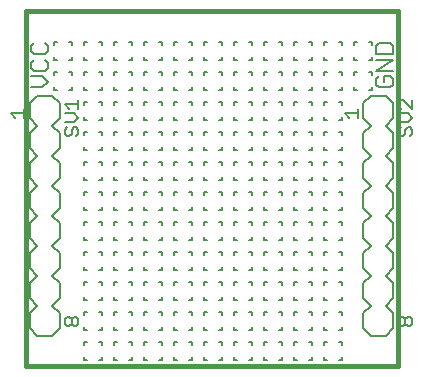
<source format=gto>
G75*
%MOIN*%
%OFA0B0*%
%FSLAX25Y25*%
%IPPOS*%
%LPD*%
%AMOC8*
5,1,8,0,0,1.08239X$1,22.5*
%
%ADD10C,0.01600*%
%ADD11C,0.00500*%
%ADD12C,0.00600*%
D10*
X0008250Y0001800D02*
X0008250Y0119910D01*
X0132266Y0119910D01*
X0132266Y0001800D01*
X0008250Y0001800D01*
D11*
X0021997Y0014946D02*
X0022747Y0014946D01*
X0023498Y0015697D01*
X0023498Y0017198D01*
X0024249Y0017949D01*
X0024999Y0017949D01*
X0025750Y0017198D01*
X0025750Y0015697D01*
X0024999Y0014946D01*
X0024249Y0014946D01*
X0023498Y0015697D01*
X0021997Y0014946D02*
X0021246Y0015697D01*
X0021246Y0017198D01*
X0021997Y0017949D01*
X0022747Y0017949D01*
X0023498Y0017198D01*
X0022747Y0078238D02*
X0021997Y0078238D01*
X0021246Y0078989D01*
X0021246Y0080490D01*
X0021997Y0081241D01*
X0023498Y0080490D02*
X0024249Y0081241D01*
X0024999Y0081241D01*
X0025750Y0080490D01*
X0025750Y0078989D01*
X0024999Y0078238D01*
X0023498Y0078989D02*
X0023498Y0080490D01*
X0023498Y0078989D02*
X0022747Y0078238D01*
X0021246Y0082842D02*
X0024249Y0082842D01*
X0025750Y0084343D01*
X0024249Y0085845D01*
X0021246Y0085845D01*
X0022747Y0087446D02*
X0021246Y0088947D01*
X0025750Y0088947D01*
X0025750Y0087446D02*
X0025750Y0090449D01*
X0015500Y0096385D02*
X0013665Y0098220D01*
X0009995Y0098220D01*
X0010913Y0100075D02*
X0014583Y0100075D01*
X0015500Y0100992D01*
X0015500Y0102827D01*
X0014583Y0103745D01*
X0014583Y0105599D02*
X0015500Y0106517D01*
X0015500Y0108352D01*
X0014583Y0109269D01*
X0014583Y0105599D02*
X0010913Y0105599D01*
X0009995Y0106517D01*
X0009995Y0108352D01*
X0010913Y0109269D01*
X0010913Y0103745D02*
X0009995Y0102827D01*
X0009995Y0100992D01*
X0010913Y0100075D01*
X0015500Y0096385D02*
X0013665Y0094550D01*
X0009995Y0094550D01*
X0007750Y0087449D02*
X0007750Y0084446D01*
X0007750Y0085947D02*
X0003246Y0085947D01*
X0004747Y0084446D01*
X0114496Y0085947D02*
X0119000Y0085947D01*
X0119000Y0084446D02*
X0119000Y0087449D01*
X0115997Y0084446D02*
X0114496Y0085947D01*
X0124995Y0095467D02*
X0125913Y0094550D01*
X0129583Y0094550D01*
X0130500Y0095467D01*
X0130500Y0097302D01*
X0129583Y0098220D01*
X0127748Y0098220D01*
X0127748Y0096385D01*
X0125913Y0098220D02*
X0124995Y0097302D01*
X0124995Y0095467D01*
X0124995Y0100075D02*
X0130500Y0103745D01*
X0124995Y0103745D01*
X0124995Y0105599D02*
X0124995Y0108352D01*
X0125913Y0109269D01*
X0129583Y0109269D01*
X0130500Y0108352D01*
X0130500Y0105599D01*
X0124995Y0105599D01*
X0124995Y0100075D02*
X0130500Y0100075D01*
X0133247Y0090449D02*
X0132496Y0089698D01*
X0132496Y0088197D01*
X0133247Y0087446D01*
X0132496Y0085845D02*
X0135499Y0085845D01*
X0137000Y0084343D01*
X0135499Y0082842D01*
X0132496Y0082842D01*
X0133247Y0081241D02*
X0132496Y0080490D01*
X0132496Y0078989D01*
X0133247Y0078238D01*
X0133997Y0078238D01*
X0134748Y0078989D01*
X0134748Y0080490D01*
X0135499Y0081241D01*
X0136249Y0081241D01*
X0137000Y0080490D01*
X0137000Y0078989D01*
X0136249Y0078238D01*
X0137000Y0087446D02*
X0133997Y0090449D01*
X0133247Y0090449D01*
X0137000Y0090449D02*
X0137000Y0087446D01*
X0136249Y0017949D02*
X0135499Y0017949D01*
X0134748Y0017198D01*
X0134748Y0015697D01*
X0133997Y0014946D01*
X0133247Y0014946D01*
X0132496Y0015697D01*
X0132496Y0017198D01*
X0133247Y0017949D01*
X0133997Y0017949D01*
X0134748Y0017198D01*
X0136249Y0017949D02*
X0137000Y0017198D01*
X0137000Y0015697D01*
X0136249Y0014946D01*
X0135499Y0014946D01*
X0134748Y0015697D01*
D12*
X0130750Y0014300D02*
X0130750Y0019300D01*
X0128250Y0021800D01*
X0130750Y0024300D01*
X0130750Y0029300D01*
X0128250Y0031800D01*
X0130750Y0034300D01*
X0130750Y0039300D01*
X0128250Y0041800D01*
X0130750Y0044300D01*
X0130750Y0049300D01*
X0128250Y0051800D01*
X0130750Y0054300D01*
X0130750Y0059300D01*
X0128250Y0061800D01*
X0130750Y0064300D01*
X0130750Y0069300D01*
X0128250Y0071800D01*
X0130750Y0074300D01*
X0130750Y0079300D01*
X0128250Y0081800D01*
X0130750Y0084300D01*
X0130750Y0089300D01*
X0128250Y0091800D01*
X0123250Y0091800D01*
X0120750Y0089300D01*
X0120750Y0084300D01*
X0123250Y0081800D01*
X0120750Y0079300D01*
X0120750Y0074300D01*
X0123250Y0071800D01*
X0120750Y0069300D01*
X0120750Y0064300D01*
X0123250Y0061800D01*
X0120750Y0059300D01*
X0120750Y0054300D01*
X0123250Y0051800D01*
X0120750Y0049300D01*
X0120750Y0044300D01*
X0123250Y0041800D01*
X0120750Y0039300D01*
X0120750Y0034300D01*
X0123250Y0031800D01*
X0120750Y0029300D01*
X0120750Y0024300D01*
X0123250Y0021800D01*
X0120750Y0019300D01*
X0120750Y0014300D01*
X0123250Y0011800D01*
X0128250Y0011800D01*
X0130750Y0014300D01*
X0113750Y0013800D02*
X0112750Y0013800D01*
X0113750Y0013800D02*
X0113750Y0014800D01*
X0113750Y0018800D02*
X0113750Y0019800D01*
X0112750Y0019800D01*
X0112750Y0023800D02*
X0113750Y0023800D01*
X0113750Y0024800D01*
X0113750Y0028800D02*
X0113750Y0029800D01*
X0112750Y0029800D01*
X0112750Y0033800D02*
X0113750Y0033800D01*
X0113750Y0034800D01*
X0113750Y0038800D02*
X0113750Y0039800D01*
X0112750Y0039800D01*
X0112750Y0043800D02*
X0113750Y0043800D01*
X0113750Y0044800D01*
X0113750Y0048800D02*
X0113750Y0049800D01*
X0112750Y0049800D01*
X0108750Y0049800D02*
X0107750Y0049800D01*
X0107750Y0048800D01*
X0103750Y0048800D02*
X0103750Y0049800D01*
X0102750Y0049800D01*
X0098750Y0049800D02*
X0097750Y0049800D01*
X0097750Y0048800D01*
X0093750Y0048800D02*
X0093750Y0049800D01*
X0092750Y0049800D01*
X0088750Y0049800D02*
X0087750Y0049800D01*
X0087750Y0048800D01*
X0083750Y0048800D02*
X0083750Y0049800D01*
X0082750Y0049800D01*
X0078750Y0049800D02*
X0077750Y0049800D01*
X0077750Y0048800D01*
X0073750Y0048800D02*
X0073750Y0049800D01*
X0072750Y0049800D01*
X0068750Y0049800D02*
X0067750Y0049800D01*
X0067750Y0048800D01*
X0063750Y0048800D02*
X0063750Y0049800D01*
X0062750Y0049800D01*
X0058750Y0049800D02*
X0057750Y0049800D01*
X0057750Y0048800D01*
X0053750Y0048800D02*
X0053750Y0049800D01*
X0052750Y0049800D01*
X0048750Y0049800D02*
X0047750Y0049800D01*
X0047750Y0048800D01*
X0043750Y0048800D02*
X0043750Y0049800D01*
X0042750Y0049800D01*
X0038750Y0049800D02*
X0037750Y0049800D01*
X0037750Y0048800D01*
X0033750Y0048800D02*
X0033750Y0049800D01*
X0032750Y0049800D01*
X0028750Y0049800D02*
X0027750Y0049800D01*
X0027750Y0048800D01*
X0027750Y0044800D02*
X0027750Y0043800D01*
X0028750Y0043800D01*
X0028750Y0039800D02*
X0027750Y0039800D01*
X0027750Y0038800D01*
X0027750Y0034800D02*
X0027750Y0033800D01*
X0028750Y0033800D01*
X0028750Y0029800D02*
X0027750Y0029800D01*
X0027750Y0028800D01*
X0027750Y0024800D02*
X0027750Y0023800D01*
X0028750Y0023800D01*
X0028750Y0019800D02*
X0027750Y0019800D01*
X0027750Y0018800D01*
X0027750Y0014800D02*
X0027750Y0013800D01*
X0028750Y0013800D01*
X0028750Y0009800D02*
X0027750Y0009800D01*
X0027750Y0008800D01*
X0027750Y0004800D02*
X0027750Y0003800D01*
X0028750Y0003800D01*
X0032750Y0003800D02*
X0033750Y0003800D01*
X0033750Y0004800D01*
X0037750Y0004800D02*
X0037750Y0003800D01*
X0038750Y0003800D01*
X0042750Y0003800D02*
X0043750Y0003800D01*
X0043750Y0004800D01*
X0047750Y0004800D02*
X0047750Y0003800D01*
X0048750Y0003800D01*
X0052750Y0003800D02*
X0053750Y0003800D01*
X0053750Y0004800D01*
X0057750Y0004800D02*
X0057750Y0003800D01*
X0058750Y0003800D01*
X0062750Y0003800D02*
X0063750Y0003800D01*
X0063750Y0004800D01*
X0067750Y0004800D02*
X0067750Y0003800D01*
X0068750Y0003800D01*
X0072750Y0003800D02*
X0073750Y0003800D01*
X0073750Y0004800D01*
X0077750Y0004800D02*
X0077750Y0003800D01*
X0078750Y0003800D01*
X0082750Y0003800D02*
X0083750Y0003800D01*
X0083750Y0004800D01*
X0087750Y0004800D02*
X0087750Y0003800D01*
X0088750Y0003800D01*
X0092750Y0003800D02*
X0093750Y0003800D01*
X0093750Y0004800D01*
X0097750Y0004800D02*
X0097750Y0003800D01*
X0098750Y0003800D01*
X0102750Y0003800D02*
X0103750Y0003800D01*
X0103750Y0004800D01*
X0107750Y0004800D02*
X0107750Y0003800D01*
X0108750Y0003800D01*
X0112750Y0003800D02*
X0113750Y0003800D01*
X0113750Y0004800D01*
X0113750Y0008800D02*
X0113750Y0009800D01*
X0112750Y0009800D01*
X0108750Y0009800D02*
X0107750Y0009800D01*
X0107750Y0008800D01*
X0103750Y0008800D02*
X0103750Y0009800D01*
X0102750Y0009800D01*
X0102750Y0013800D02*
X0103750Y0013800D01*
X0103750Y0014800D01*
X0103750Y0018800D02*
X0103750Y0019800D01*
X0102750Y0019800D01*
X0102750Y0023800D02*
X0103750Y0023800D01*
X0103750Y0024800D01*
X0103750Y0028800D02*
X0103750Y0029800D01*
X0102750Y0029800D01*
X0102750Y0033800D02*
X0103750Y0033800D01*
X0103750Y0034800D01*
X0103750Y0038800D02*
X0103750Y0039800D01*
X0102750Y0039800D01*
X0102750Y0043800D02*
X0103750Y0043800D01*
X0103750Y0044800D01*
X0107750Y0044800D02*
X0107750Y0043800D01*
X0108750Y0043800D01*
X0108750Y0039800D02*
X0107750Y0039800D01*
X0107750Y0038800D01*
X0107750Y0034800D02*
X0107750Y0033800D01*
X0108750Y0033800D01*
X0108750Y0029800D02*
X0107750Y0029800D01*
X0107750Y0028800D01*
X0107750Y0024800D02*
X0107750Y0023800D01*
X0108750Y0023800D01*
X0108750Y0019800D02*
X0107750Y0019800D01*
X0107750Y0018800D01*
X0107750Y0014800D02*
X0107750Y0013800D01*
X0108750Y0013800D01*
X0098750Y0013800D02*
X0097750Y0013800D01*
X0097750Y0014800D01*
X0093750Y0014800D02*
X0093750Y0013800D01*
X0092750Y0013800D01*
X0092750Y0009800D02*
X0093750Y0009800D01*
X0093750Y0008800D01*
X0097750Y0008800D02*
X0097750Y0009800D01*
X0098750Y0009800D01*
X0097750Y0018800D02*
X0097750Y0019800D01*
X0098750Y0019800D01*
X0098750Y0023800D02*
X0097750Y0023800D01*
X0097750Y0024800D01*
X0093750Y0024800D02*
X0093750Y0023800D01*
X0092750Y0023800D01*
X0092750Y0019800D02*
X0093750Y0019800D01*
X0093750Y0018800D01*
X0088750Y0019800D02*
X0087750Y0019800D01*
X0087750Y0018800D01*
X0087750Y0014800D02*
X0087750Y0013800D01*
X0088750Y0013800D01*
X0088750Y0009800D02*
X0087750Y0009800D01*
X0087750Y0008800D01*
X0083750Y0008800D02*
X0083750Y0009800D01*
X0082750Y0009800D01*
X0082750Y0013800D02*
X0083750Y0013800D01*
X0083750Y0014800D01*
X0083750Y0018800D02*
X0083750Y0019800D01*
X0082750Y0019800D01*
X0082750Y0023800D02*
X0083750Y0023800D01*
X0083750Y0024800D01*
X0083750Y0028800D02*
X0083750Y0029800D01*
X0082750Y0029800D01*
X0082750Y0033800D02*
X0083750Y0033800D01*
X0083750Y0034800D01*
X0083750Y0038800D02*
X0083750Y0039800D01*
X0082750Y0039800D01*
X0082750Y0043800D02*
X0083750Y0043800D01*
X0083750Y0044800D01*
X0087750Y0044800D02*
X0087750Y0043800D01*
X0088750Y0043800D01*
X0088750Y0039800D02*
X0087750Y0039800D01*
X0087750Y0038800D01*
X0087750Y0034800D02*
X0087750Y0033800D01*
X0088750Y0033800D01*
X0088750Y0029800D02*
X0087750Y0029800D01*
X0087750Y0028800D01*
X0087750Y0024800D02*
X0087750Y0023800D01*
X0088750Y0023800D01*
X0093750Y0028800D02*
X0093750Y0029800D01*
X0092750Y0029800D01*
X0092750Y0033800D02*
X0093750Y0033800D01*
X0093750Y0034800D01*
X0097750Y0034800D02*
X0097750Y0033800D01*
X0098750Y0033800D01*
X0098750Y0029800D02*
X0097750Y0029800D01*
X0097750Y0028800D01*
X0097750Y0038800D02*
X0097750Y0039800D01*
X0098750Y0039800D01*
X0098750Y0043800D02*
X0097750Y0043800D01*
X0097750Y0044800D01*
X0093750Y0044800D02*
X0093750Y0043800D01*
X0092750Y0043800D01*
X0092750Y0039800D02*
X0093750Y0039800D01*
X0093750Y0038800D01*
X0078750Y0039800D02*
X0077750Y0039800D01*
X0077750Y0038800D01*
X0077750Y0034800D02*
X0077750Y0033800D01*
X0078750Y0033800D01*
X0078750Y0029800D02*
X0077750Y0029800D01*
X0077750Y0028800D01*
X0077750Y0024800D02*
X0077750Y0023800D01*
X0078750Y0023800D01*
X0078750Y0019800D02*
X0077750Y0019800D01*
X0077750Y0018800D01*
X0077750Y0014800D02*
X0077750Y0013800D01*
X0078750Y0013800D01*
X0078750Y0009800D02*
X0077750Y0009800D01*
X0077750Y0008800D01*
X0073750Y0008800D02*
X0073750Y0009800D01*
X0072750Y0009800D01*
X0068750Y0009800D02*
X0067750Y0009800D01*
X0067750Y0008800D01*
X0063750Y0008800D02*
X0063750Y0009800D01*
X0062750Y0009800D01*
X0062750Y0013800D02*
X0063750Y0013800D01*
X0063750Y0014800D01*
X0063750Y0018800D02*
X0063750Y0019800D01*
X0062750Y0019800D01*
X0062750Y0023800D02*
X0063750Y0023800D01*
X0063750Y0024800D01*
X0063750Y0028800D02*
X0063750Y0029800D01*
X0062750Y0029800D01*
X0062750Y0033800D02*
X0063750Y0033800D01*
X0063750Y0034800D01*
X0063750Y0038800D02*
X0063750Y0039800D01*
X0062750Y0039800D01*
X0062750Y0043800D02*
X0063750Y0043800D01*
X0063750Y0044800D01*
X0067750Y0044800D02*
X0067750Y0043800D01*
X0068750Y0043800D01*
X0072750Y0043800D02*
X0073750Y0043800D01*
X0073750Y0044800D01*
X0077750Y0044800D02*
X0077750Y0043800D01*
X0078750Y0043800D01*
X0073750Y0039800D02*
X0073750Y0038800D01*
X0073750Y0039800D02*
X0072750Y0039800D01*
X0068750Y0039800D02*
X0067750Y0039800D01*
X0067750Y0038800D01*
X0067750Y0034800D02*
X0067750Y0033800D01*
X0068750Y0033800D01*
X0072750Y0033800D02*
X0073750Y0033800D01*
X0073750Y0034800D01*
X0073750Y0029800D02*
X0072750Y0029800D01*
X0073750Y0029800D02*
X0073750Y0028800D01*
X0073750Y0024800D02*
X0073750Y0023800D01*
X0072750Y0023800D01*
X0068750Y0023800D02*
X0067750Y0023800D01*
X0067750Y0024800D01*
X0067750Y0028800D02*
X0067750Y0029800D01*
X0068750Y0029800D01*
X0068750Y0019800D02*
X0067750Y0019800D01*
X0067750Y0018800D01*
X0067750Y0014800D02*
X0067750Y0013800D01*
X0068750Y0013800D01*
X0072750Y0013800D02*
X0073750Y0013800D01*
X0073750Y0014800D01*
X0073750Y0018800D02*
X0073750Y0019800D01*
X0072750Y0019800D01*
X0058750Y0019800D02*
X0057750Y0019800D01*
X0057750Y0018800D01*
X0057750Y0014800D02*
X0057750Y0013800D01*
X0058750Y0013800D01*
X0058750Y0009800D02*
X0057750Y0009800D01*
X0057750Y0008800D01*
X0053750Y0008800D02*
X0053750Y0009800D01*
X0052750Y0009800D01*
X0052750Y0013800D02*
X0053750Y0013800D01*
X0053750Y0014800D01*
X0053750Y0018800D02*
X0053750Y0019800D01*
X0052750Y0019800D01*
X0052750Y0023800D02*
X0053750Y0023800D01*
X0053750Y0024800D01*
X0053750Y0028800D02*
X0053750Y0029800D01*
X0052750Y0029800D01*
X0052750Y0033800D02*
X0053750Y0033800D01*
X0053750Y0034800D01*
X0053750Y0038800D02*
X0053750Y0039800D01*
X0052750Y0039800D01*
X0052750Y0043800D02*
X0053750Y0043800D01*
X0053750Y0044800D01*
X0057750Y0044800D02*
X0057750Y0043800D01*
X0058750Y0043800D01*
X0058750Y0039800D02*
X0057750Y0039800D01*
X0057750Y0038800D01*
X0057750Y0034800D02*
X0057750Y0033800D01*
X0058750Y0033800D01*
X0058750Y0029800D02*
X0057750Y0029800D01*
X0057750Y0028800D01*
X0057750Y0024800D02*
X0057750Y0023800D01*
X0058750Y0023800D01*
X0048750Y0023800D02*
X0047750Y0023800D01*
X0047750Y0024800D01*
X0047750Y0028800D02*
X0047750Y0029800D01*
X0048750Y0029800D01*
X0048750Y0033800D02*
X0047750Y0033800D01*
X0047750Y0034800D01*
X0047750Y0038800D02*
X0047750Y0039800D01*
X0048750Y0039800D01*
X0048750Y0043800D02*
X0047750Y0043800D01*
X0047750Y0044800D01*
X0043750Y0044800D02*
X0043750Y0043800D01*
X0042750Y0043800D01*
X0042750Y0039800D02*
X0043750Y0039800D01*
X0043750Y0038800D01*
X0043750Y0034800D02*
X0043750Y0033800D01*
X0042750Y0033800D01*
X0042750Y0029800D02*
X0043750Y0029800D01*
X0043750Y0028800D01*
X0043750Y0024800D02*
X0043750Y0023800D01*
X0042750Y0023800D01*
X0042750Y0019800D02*
X0043750Y0019800D01*
X0043750Y0018800D01*
X0043750Y0014800D02*
X0043750Y0013800D01*
X0042750Y0013800D01*
X0042750Y0009800D02*
X0043750Y0009800D01*
X0043750Y0008800D01*
X0047750Y0008800D02*
X0047750Y0009800D01*
X0048750Y0009800D01*
X0048750Y0013800D02*
X0047750Y0013800D01*
X0047750Y0014800D01*
X0047750Y0018800D02*
X0047750Y0019800D01*
X0048750Y0019800D01*
X0038750Y0019800D02*
X0037750Y0019800D01*
X0037750Y0018800D01*
X0033750Y0018800D02*
X0033750Y0019800D01*
X0032750Y0019800D01*
X0032750Y0023800D02*
X0033750Y0023800D01*
X0033750Y0024800D01*
X0037750Y0024800D02*
X0037750Y0023800D01*
X0038750Y0023800D01*
X0037750Y0028800D02*
X0037750Y0029800D01*
X0038750Y0029800D01*
X0038750Y0033800D02*
X0037750Y0033800D01*
X0037750Y0034800D01*
X0033750Y0034800D02*
X0033750Y0033800D01*
X0032750Y0033800D01*
X0032750Y0029800D02*
X0033750Y0029800D01*
X0033750Y0028800D01*
X0033750Y0038800D02*
X0033750Y0039800D01*
X0032750Y0039800D01*
X0032750Y0043800D02*
X0033750Y0043800D01*
X0033750Y0044800D01*
X0037750Y0044800D02*
X0037750Y0043800D01*
X0038750Y0043800D01*
X0038750Y0039800D02*
X0037750Y0039800D01*
X0037750Y0038800D01*
X0037750Y0053800D02*
X0037750Y0054800D01*
X0037750Y0053800D02*
X0038750Y0053800D01*
X0042750Y0053800D02*
X0043750Y0053800D01*
X0043750Y0054800D01*
X0043750Y0058800D02*
X0043750Y0059800D01*
X0042750Y0059800D01*
X0042750Y0063800D02*
X0043750Y0063800D01*
X0043750Y0064800D01*
X0043750Y0068800D02*
X0043750Y0069800D01*
X0042750Y0069800D01*
X0042750Y0073800D02*
X0043750Y0073800D01*
X0043750Y0074800D01*
X0043750Y0078800D02*
X0043750Y0079800D01*
X0042750Y0079800D01*
X0042750Y0083800D02*
X0043750Y0083800D01*
X0043750Y0084800D01*
X0043750Y0088800D02*
X0043750Y0089800D01*
X0042750Y0089800D01*
X0038750Y0089800D02*
X0037750Y0089800D01*
X0037750Y0088800D01*
X0033750Y0088800D02*
X0033750Y0089800D01*
X0032750Y0089800D01*
X0028750Y0089800D02*
X0027750Y0089800D01*
X0027750Y0088800D01*
X0027750Y0084800D02*
X0027750Y0083800D01*
X0028750Y0083800D01*
X0028750Y0079800D02*
X0027750Y0079800D01*
X0027750Y0078800D01*
X0027750Y0074800D02*
X0027750Y0073800D01*
X0028750Y0073800D01*
X0028750Y0069800D02*
X0027750Y0069800D01*
X0027750Y0068800D01*
X0027750Y0064800D02*
X0027750Y0063800D01*
X0028750Y0063800D01*
X0028750Y0059800D02*
X0027750Y0059800D01*
X0027750Y0058800D01*
X0027750Y0054800D02*
X0027750Y0053800D01*
X0028750Y0053800D01*
X0032750Y0053800D02*
X0033750Y0053800D01*
X0033750Y0054800D01*
X0033750Y0058800D02*
X0033750Y0059800D01*
X0032750Y0059800D01*
X0032750Y0063800D02*
X0033750Y0063800D01*
X0033750Y0064800D01*
X0037750Y0064800D02*
X0037750Y0063800D01*
X0038750Y0063800D01*
X0038750Y0059800D02*
X0037750Y0059800D01*
X0037750Y0058800D01*
X0037750Y0068800D02*
X0037750Y0069800D01*
X0038750Y0069800D01*
X0038750Y0073800D02*
X0037750Y0073800D01*
X0037750Y0074800D01*
X0033750Y0074800D02*
X0033750Y0073800D01*
X0032750Y0073800D01*
X0032750Y0069800D02*
X0033750Y0069800D01*
X0033750Y0068800D01*
X0033750Y0078800D02*
X0033750Y0079800D01*
X0032750Y0079800D01*
X0032750Y0083800D02*
X0033750Y0083800D01*
X0033750Y0084800D01*
X0037750Y0084800D02*
X0037750Y0083800D01*
X0038750Y0083800D01*
X0038750Y0079800D02*
X0037750Y0079800D01*
X0037750Y0078800D01*
X0047750Y0078800D02*
X0047750Y0079800D01*
X0048750Y0079800D01*
X0048750Y0083800D02*
X0047750Y0083800D01*
X0047750Y0084800D01*
X0047750Y0088800D02*
X0047750Y0089800D01*
X0048750Y0089800D01*
X0052750Y0089800D02*
X0053750Y0089800D01*
X0053750Y0088800D01*
X0053750Y0084800D02*
X0053750Y0083800D01*
X0052750Y0083800D01*
X0052750Y0079800D02*
X0053750Y0079800D01*
X0053750Y0078800D01*
X0053750Y0074800D02*
X0053750Y0073800D01*
X0052750Y0073800D01*
X0052750Y0069800D02*
X0053750Y0069800D01*
X0053750Y0068800D01*
X0053750Y0064800D02*
X0053750Y0063800D01*
X0052750Y0063800D01*
X0052750Y0059800D02*
X0053750Y0059800D01*
X0053750Y0058800D01*
X0053750Y0054800D02*
X0053750Y0053800D01*
X0052750Y0053800D01*
X0048750Y0053800D02*
X0047750Y0053800D01*
X0047750Y0054800D01*
X0047750Y0058800D02*
X0047750Y0059800D01*
X0048750Y0059800D01*
X0048750Y0063800D02*
X0047750Y0063800D01*
X0047750Y0064800D01*
X0047750Y0068800D02*
X0047750Y0069800D01*
X0048750Y0069800D01*
X0048750Y0073800D02*
X0047750Y0073800D01*
X0047750Y0074800D01*
X0057750Y0074800D02*
X0057750Y0073800D01*
X0058750Y0073800D01*
X0058750Y0069800D02*
X0057750Y0069800D01*
X0057750Y0068800D01*
X0057750Y0064800D02*
X0057750Y0063800D01*
X0058750Y0063800D01*
X0058750Y0059800D02*
X0057750Y0059800D01*
X0057750Y0058800D01*
X0057750Y0054800D02*
X0057750Y0053800D01*
X0058750Y0053800D01*
X0062750Y0053800D02*
X0063750Y0053800D01*
X0063750Y0054800D01*
X0063750Y0058800D02*
X0063750Y0059800D01*
X0062750Y0059800D01*
X0062750Y0063800D02*
X0063750Y0063800D01*
X0063750Y0064800D01*
X0063750Y0068800D02*
X0063750Y0069800D01*
X0062750Y0069800D01*
X0062750Y0073800D02*
X0063750Y0073800D01*
X0063750Y0074800D01*
X0063750Y0078800D02*
X0063750Y0079800D01*
X0062750Y0079800D01*
X0062750Y0083800D02*
X0063750Y0083800D01*
X0063750Y0084800D01*
X0063750Y0088800D02*
X0063750Y0089800D01*
X0062750Y0089800D01*
X0058750Y0089800D02*
X0057750Y0089800D01*
X0057750Y0088800D01*
X0057750Y0084800D02*
X0057750Y0083800D01*
X0058750Y0083800D01*
X0058750Y0079800D02*
X0057750Y0079800D01*
X0057750Y0078800D01*
X0067750Y0078800D02*
X0067750Y0079800D01*
X0068750Y0079800D01*
X0072750Y0079800D02*
X0073750Y0079800D01*
X0073750Y0078800D01*
X0073750Y0074800D02*
X0073750Y0073800D01*
X0072750Y0073800D01*
X0068750Y0073800D02*
X0067750Y0073800D01*
X0067750Y0074800D01*
X0067750Y0069800D02*
X0067750Y0068800D01*
X0067750Y0069800D02*
X0068750Y0069800D01*
X0072750Y0069800D02*
X0073750Y0069800D01*
X0073750Y0068800D01*
X0073750Y0064800D02*
X0073750Y0063800D01*
X0072750Y0063800D01*
X0068750Y0063800D02*
X0067750Y0063800D01*
X0067750Y0064800D01*
X0067750Y0059800D02*
X0067750Y0058800D01*
X0067750Y0059800D02*
X0068750Y0059800D01*
X0072750Y0059800D02*
X0073750Y0059800D01*
X0073750Y0058800D01*
X0073750Y0054800D02*
X0073750Y0053800D01*
X0072750Y0053800D01*
X0068750Y0053800D02*
X0067750Y0053800D01*
X0067750Y0054800D01*
X0077750Y0054800D02*
X0077750Y0053800D01*
X0078750Y0053800D01*
X0082750Y0053800D02*
X0083750Y0053800D01*
X0083750Y0054800D01*
X0083750Y0058800D02*
X0083750Y0059800D01*
X0082750Y0059800D01*
X0082750Y0063800D02*
X0083750Y0063800D01*
X0083750Y0064800D01*
X0083750Y0068800D02*
X0083750Y0069800D01*
X0082750Y0069800D01*
X0082750Y0073800D02*
X0083750Y0073800D01*
X0083750Y0074800D01*
X0083750Y0078800D02*
X0083750Y0079800D01*
X0082750Y0079800D01*
X0082750Y0083800D02*
X0083750Y0083800D01*
X0083750Y0084800D01*
X0083750Y0088800D02*
X0083750Y0089800D01*
X0082750Y0089800D01*
X0078750Y0089800D02*
X0077750Y0089800D01*
X0077750Y0088800D01*
X0077750Y0084800D02*
X0077750Y0083800D01*
X0078750Y0083800D01*
X0078750Y0079800D02*
X0077750Y0079800D01*
X0077750Y0078800D01*
X0077750Y0074800D02*
X0077750Y0073800D01*
X0078750Y0073800D01*
X0078750Y0069800D02*
X0077750Y0069800D01*
X0077750Y0068800D01*
X0077750Y0064800D02*
X0077750Y0063800D01*
X0078750Y0063800D01*
X0078750Y0059800D02*
X0077750Y0059800D01*
X0077750Y0058800D01*
X0087750Y0058800D02*
X0087750Y0059800D01*
X0088750Y0059800D01*
X0088750Y0063800D02*
X0087750Y0063800D01*
X0087750Y0064800D01*
X0087750Y0068800D02*
X0087750Y0069800D01*
X0088750Y0069800D01*
X0088750Y0073800D02*
X0087750Y0073800D01*
X0087750Y0074800D01*
X0087750Y0078800D02*
X0087750Y0079800D01*
X0088750Y0079800D01*
X0088750Y0083800D02*
X0087750Y0083800D01*
X0087750Y0084800D01*
X0087750Y0088800D02*
X0087750Y0089800D01*
X0088750Y0089800D01*
X0092750Y0089800D02*
X0093750Y0089800D01*
X0093750Y0088800D01*
X0097750Y0088800D02*
X0097750Y0089800D01*
X0098750Y0089800D01*
X0102750Y0089800D02*
X0103750Y0089800D01*
X0103750Y0088800D01*
X0103750Y0084800D02*
X0103750Y0083800D01*
X0102750Y0083800D01*
X0102750Y0079800D02*
X0103750Y0079800D01*
X0103750Y0078800D01*
X0103750Y0074800D02*
X0103750Y0073800D01*
X0102750Y0073800D01*
X0102750Y0069800D02*
X0103750Y0069800D01*
X0103750Y0068800D01*
X0103750Y0064800D02*
X0103750Y0063800D01*
X0102750Y0063800D01*
X0102750Y0059800D02*
X0103750Y0059800D01*
X0103750Y0058800D01*
X0103750Y0054800D02*
X0103750Y0053800D01*
X0102750Y0053800D01*
X0098750Y0053800D02*
X0097750Y0053800D01*
X0097750Y0054800D01*
X0093750Y0054800D02*
X0093750Y0053800D01*
X0092750Y0053800D01*
X0088750Y0053800D02*
X0087750Y0053800D01*
X0087750Y0054800D01*
X0092750Y0059800D02*
X0093750Y0059800D01*
X0093750Y0058800D01*
X0097750Y0058800D02*
X0097750Y0059800D01*
X0098750Y0059800D01*
X0098750Y0063800D02*
X0097750Y0063800D01*
X0097750Y0064800D01*
X0093750Y0064800D02*
X0093750Y0063800D01*
X0092750Y0063800D01*
X0093750Y0068800D02*
X0093750Y0069800D01*
X0092750Y0069800D01*
X0092750Y0073800D02*
X0093750Y0073800D01*
X0093750Y0074800D01*
X0097750Y0074800D02*
X0097750Y0073800D01*
X0098750Y0073800D01*
X0098750Y0069800D02*
X0097750Y0069800D01*
X0097750Y0068800D01*
X0097750Y0078800D02*
X0097750Y0079800D01*
X0098750Y0079800D01*
X0098750Y0083800D02*
X0097750Y0083800D01*
X0097750Y0084800D01*
X0093750Y0084800D02*
X0093750Y0083800D01*
X0092750Y0083800D01*
X0092750Y0079800D02*
X0093750Y0079800D01*
X0093750Y0078800D01*
X0107750Y0078800D02*
X0107750Y0079800D01*
X0108750Y0079800D01*
X0108750Y0083800D02*
X0107750Y0083800D01*
X0107750Y0084800D01*
X0107750Y0088800D02*
X0107750Y0089800D01*
X0108750Y0089800D01*
X0112750Y0089800D02*
X0113750Y0089800D01*
X0113750Y0088800D01*
X0113750Y0084800D02*
X0113750Y0083800D01*
X0112750Y0083800D01*
X0112750Y0079800D02*
X0113750Y0079800D01*
X0113750Y0078800D01*
X0113750Y0074800D02*
X0113750Y0073800D01*
X0112750Y0073800D01*
X0112750Y0069800D02*
X0113750Y0069800D01*
X0113750Y0068800D01*
X0113750Y0064800D02*
X0113750Y0063800D01*
X0112750Y0063800D01*
X0112750Y0059800D02*
X0113750Y0059800D01*
X0113750Y0058800D01*
X0113750Y0054800D02*
X0113750Y0053800D01*
X0112750Y0053800D01*
X0108750Y0053800D02*
X0107750Y0053800D01*
X0107750Y0054800D01*
X0107750Y0058800D02*
X0107750Y0059800D01*
X0108750Y0059800D01*
X0108750Y0063800D02*
X0107750Y0063800D01*
X0107750Y0064800D01*
X0107750Y0068800D02*
X0107750Y0069800D01*
X0108750Y0069800D01*
X0108750Y0073800D02*
X0107750Y0073800D01*
X0107750Y0074800D01*
X0107750Y0093800D02*
X0107750Y0094800D01*
X0107750Y0093800D02*
X0108750Y0093800D01*
X0112750Y0093800D02*
X0113750Y0093800D01*
X0113750Y0094800D01*
X0117750Y0094800D02*
X0117750Y0093800D01*
X0118750Y0093800D01*
X0122750Y0093800D02*
X0123750Y0093800D01*
X0123750Y0094800D01*
X0123750Y0098800D02*
X0123750Y0099800D01*
X0122750Y0099800D01*
X0118750Y0099800D02*
X0117750Y0099800D01*
X0117750Y0098800D01*
X0113750Y0098800D02*
X0113750Y0099800D01*
X0112750Y0099800D01*
X0108750Y0099800D02*
X0107750Y0099800D01*
X0107750Y0098800D01*
X0103750Y0098800D02*
X0103750Y0099800D01*
X0102750Y0099800D01*
X0098750Y0099800D02*
X0097750Y0099800D01*
X0097750Y0098800D01*
X0093750Y0098800D02*
X0093750Y0099800D01*
X0092750Y0099800D01*
X0088750Y0099800D02*
X0087750Y0099800D01*
X0087750Y0098800D01*
X0083750Y0098800D02*
X0083750Y0099800D01*
X0082750Y0099800D01*
X0078750Y0099800D02*
X0077750Y0099800D01*
X0077750Y0098800D01*
X0073750Y0098800D02*
X0073750Y0099800D01*
X0072750Y0099800D01*
X0068750Y0099800D02*
X0067750Y0099800D01*
X0067750Y0098800D01*
X0063750Y0098800D02*
X0063750Y0099800D01*
X0062750Y0099800D01*
X0058750Y0099800D02*
X0057750Y0099800D01*
X0057750Y0098800D01*
X0053750Y0098800D02*
X0053750Y0099800D01*
X0052750Y0099800D01*
X0048750Y0099800D02*
X0047750Y0099800D01*
X0047750Y0098800D01*
X0043750Y0098800D02*
X0043750Y0099800D01*
X0042750Y0099800D01*
X0038750Y0099800D02*
X0037750Y0099800D01*
X0037750Y0098800D01*
X0033750Y0098800D02*
X0033750Y0099800D01*
X0032750Y0099800D01*
X0028750Y0099800D02*
X0027750Y0099800D01*
X0027750Y0098800D01*
X0023750Y0098800D02*
X0023750Y0099800D01*
X0022750Y0099800D01*
X0018750Y0099800D02*
X0017750Y0099800D01*
X0017750Y0098800D01*
X0017750Y0094800D02*
X0017750Y0093800D01*
X0018750Y0093800D01*
X0017000Y0091800D02*
X0019500Y0089300D01*
X0019500Y0084300D01*
X0017000Y0081800D01*
X0019500Y0079300D01*
X0019500Y0074300D01*
X0017000Y0071800D01*
X0019500Y0069300D01*
X0019500Y0064300D01*
X0017000Y0061800D01*
X0019500Y0059300D01*
X0019500Y0054300D01*
X0017000Y0051800D01*
X0019500Y0049300D01*
X0019500Y0044300D01*
X0017000Y0041800D01*
X0019500Y0039300D01*
X0019500Y0034300D01*
X0017000Y0031800D01*
X0019500Y0029300D01*
X0019500Y0024300D01*
X0017000Y0021800D01*
X0019500Y0019300D01*
X0019500Y0014300D01*
X0017000Y0011800D01*
X0012000Y0011800D01*
X0009500Y0014300D01*
X0009500Y0019300D01*
X0012000Y0021800D01*
X0009500Y0024300D01*
X0009500Y0029300D01*
X0012000Y0031800D01*
X0009500Y0034300D01*
X0009500Y0039300D01*
X0012000Y0041800D01*
X0009500Y0044300D01*
X0009500Y0049300D01*
X0012000Y0051800D01*
X0009500Y0054300D01*
X0009500Y0059300D01*
X0012000Y0061800D01*
X0009500Y0064300D01*
X0009500Y0069300D01*
X0012000Y0071800D01*
X0009500Y0074300D01*
X0009500Y0079300D01*
X0012000Y0081800D01*
X0009500Y0084300D01*
X0009500Y0089300D01*
X0012000Y0091800D01*
X0017000Y0091800D01*
X0022750Y0093800D02*
X0023750Y0093800D01*
X0023750Y0094800D01*
X0027750Y0094800D02*
X0027750Y0093800D01*
X0028750Y0093800D01*
X0032750Y0093800D02*
X0033750Y0093800D01*
X0033750Y0094800D01*
X0037750Y0094800D02*
X0037750Y0093800D01*
X0038750Y0093800D01*
X0042750Y0093800D02*
X0043750Y0093800D01*
X0043750Y0094800D01*
X0047750Y0094800D02*
X0047750Y0093800D01*
X0048750Y0093800D01*
X0052750Y0093800D02*
X0053750Y0093800D01*
X0053750Y0094800D01*
X0057750Y0094800D02*
X0057750Y0093800D01*
X0058750Y0093800D01*
X0062750Y0093800D02*
X0063750Y0093800D01*
X0063750Y0094800D01*
X0067750Y0094800D02*
X0067750Y0093800D01*
X0068750Y0093800D01*
X0072750Y0093800D02*
X0073750Y0093800D01*
X0073750Y0094800D01*
X0077750Y0094800D02*
X0077750Y0093800D01*
X0078750Y0093800D01*
X0082750Y0093800D02*
X0083750Y0093800D01*
X0083750Y0094800D01*
X0087750Y0094800D02*
X0087750Y0093800D01*
X0088750Y0093800D01*
X0092750Y0093800D02*
X0093750Y0093800D01*
X0093750Y0094800D01*
X0097750Y0094800D02*
X0097750Y0093800D01*
X0098750Y0093800D01*
X0102750Y0093800D02*
X0103750Y0093800D01*
X0103750Y0094800D01*
X0103750Y0103800D02*
X0102750Y0103800D01*
X0103750Y0103800D02*
X0103750Y0104800D01*
X0103750Y0108800D02*
X0103750Y0109800D01*
X0102750Y0109800D01*
X0098750Y0109800D02*
X0097750Y0109800D01*
X0097750Y0108800D01*
X0093750Y0108800D02*
X0093750Y0109800D01*
X0092750Y0109800D01*
X0088750Y0109800D02*
X0087750Y0109800D01*
X0087750Y0108800D01*
X0087750Y0104800D02*
X0087750Y0103800D01*
X0088750Y0103800D01*
X0092750Y0103800D02*
X0093750Y0103800D01*
X0093750Y0104800D01*
X0097750Y0104800D02*
X0097750Y0103800D01*
X0098750Y0103800D01*
X0107750Y0103800D02*
X0107750Y0104800D01*
X0107750Y0103800D02*
X0108750Y0103800D01*
X0112750Y0103800D02*
X0113750Y0103800D01*
X0113750Y0104800D01*
X0113750Y0108800D02*
X0113750Y0109800D01*
X0112750Y0109800D01*
X0108750Y0109800D02*
X0107750Y0109800D01*
X0107750Y0108800D01*
X0117750Y0108800D02*
X0117750Y0109800D01*
X0118750Y0109800D01*
X0122750Y0109800D02*
X0123750Y0109800D01*
X0123750Y0108800D01*
X0123750Y0104800D02*
X0123750Y0103800D01*
X0122750Y0103800D01*
X0118750Y0103800D02*
X0117750Y0103800D01*
X0117750Y0104800D01*
X0083750Y0104800D02*
X0083750Y0103800D01*
X0082750Y0103800D01*
X0078750Y0103800D02*
X0077750Y0103800D01*
X0077750Y0104800D01*
X0077750Y0108800D02*
X0077750Y0109800D01*
X0078750Y0109800D01*
X0082750Y0109800D02*
X0083750Y0109800D01*
X0083750Y0108800D01*
X0073750Y0108800D02*
X0073750Y0109800D01*
X0072750Y0109800D01*
X0068750Y0109800D02*
X0067750Y0109800D01*
X0067750Y0108800D01*
X0067750Y0104800D02*
X0067750Y0103800D01*
X0068750Y0103800D01*
X0072750Y0103800D02*
X0073750Y0103800D01*
X0073750Y0104800D01*
X0063750Y0104800D02*
X0063750Y0103800D01*
X0062750Y0103800D01*
X0058750Y0103800D02*
X0057750Y0103800D01*
X0057750Y0104800D01*
X0057750Y0108800D02*
X0057750Y0109800D01*
X0058750Y0109800D01*
X0062750Y0109800D02*
X0063750Y0109800D01*
X0063750Y0108800D01*
X0053750Y0108800D02*
X0053750Y0109800D01*
X0052750Y0109800D01*
X0048750Y0109800D02*
X0047750Y0109800D01*
X0047750Y0108800D01*
X0047750Y0104800D02*
X0047750Y0103800D01*
X0048750Y0103800D01*
X0052750Y0103800D02*
X0053750Y0103800D01*
X0053750Y0104800D01*
X0043750Y0104800D02*
X0043750Y0103800D01*
X0042750Y0103800D01*
X0038750Y0103800D02*
X0037750Y0103800D01*
X0037750Y0104800D01*
X0033750Y0104800D02*
X0033750Y0103800D01*
X0032750Y0103800D01*
X0028750Y0103800D02*
X0027750Y0103800D01*
X0027750Y0104800D01*
X0027750Y0108800D02*
X0027750Y0109800D01*
X0028750Y0109800D01*
X0032750Y0109800D02*
X0033750Y0109800D01*
X0033750Y0108800D01*
X0037750Y0108800D02*
X0037750Y0109800D01*
X0038750Y0109800D01*
X0042750Y0109800D02*
X0043750Y0109800D01*
X0043750Y0108800D01*
X0023750Y0108800D02*
X0023750Y0109800D01*
X0022750Y0109800D01*
X0018750Y0109800D02*
X0017750Y0109800D01*
X0017750Y0108800D01*
X0017750Y0104800D02*
X0017750Y0103800D01*
X0018750Y0103800D01*
X0022750Y0103800D02*
X0023750Y0103800D01*
X0023750Y0104800D01*
X0067750Y0089800D02*
X0067750Y0088800D01*
X0067750Y0089800D02*
X0068750Y0089800D01*
X0072750Y0089800D02*
X0073750Y0089800D01*
X0073750Y0088800D01*
X0073750Y0084800D02*
X0073750Y0083800D01*
X0072750Y0083800D01*
X0068750Y0083800D02*
X0067750Y0083800D01*
X0067750Y0084800D01*
X0037750Y0014800D02*
X0037750Y0013800D01*
X0038750Y0013800D01*
X0038750Y0009800D02*
X0037750Y0009800D01*
X0037750Y0008800D01*
X0033750Y0008800D02*
X0033750Y0009800D01*
X0032750Y0009800D01*
X0032750Y0013800D02*
X0033750Y0013800D01*
X0033750Y0014800D01*
M02*

</source>
